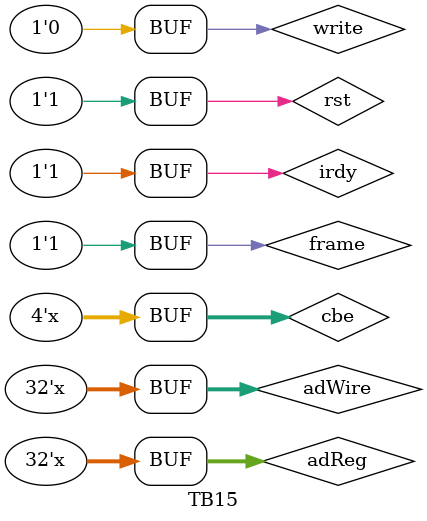
<source format=v>

`include "SourceCode.v"

module TB1;
reg rst;
reg frame;
wire [31:0]adWire;
reg [31:0]adReg;
reg write;
reg [3:0]cbe;
reg irdy;
assign adWire = (write == 1)?adReg: 32'bz;

initial
begin
write = 1;
frame = 1;
irdy = 1;
rst = 1;

#10
rst = 0;

#10
rst = 1;

$monitor("time=%t, frame=%b, adWire=%h, cbe=%b, irdy=%b, trdy=%b, devsel=%b \n",$time,frame,adWire,cbe,irdy,trdy,devsel);

frame = 0;
adReg = 32'h00000300;
cbe = 4'b0011;

#10
irdy = 0;
adReg = 10;
cbe = 4'b1111;

#10
frame = 1;

#10
adReg = 32'bz;
cbe = 4'bz;
irdy = 1;

#10
frame = 0;
adReg = 32'h00000300;
cbe = 4'b0010;

#10
irdy = 0;
write = 0;
cbe = 4'b1111;

#10
frame = 1;

#10
irdy =1;
cbe = 4'bz;
adReg = 32'bz;

end
ClockGen c1(clk);
pci_target p1(clk, rst, adWire, cbe, frame, irdy, trdy, devsel);
endmodule

// master calls the address of the second register and writes one data then read it from the target
module TB2;
reg rst;
reg frame;
wire [31:0]adWire;
reg [31:0]adReg;
reg write;
reg [3:0]cbe;
reg irdy;
assign adWire = (write == 1)?adReg: 32'bz;

initial
begin
write = 1;
frame = 1;
irdy = 1;
rst = 1;

#10
rst = 0;

#10
rst = 1;

$monitor("time=%t, frame=%b, adWire=%h, cbe=%b, irdy=%b, trdy=%b, devsel=%b \n",$time,frame,adWire,cbe,irdy,trdy,devsel);

frame = 0;
adReg = 32'h00000301;
cbe = 4'b0011;

#10
irdy = 0;
adReg = 10;
cbe = 4'b1111;

#10
frame = 1;

#10
adReg = 32'bz;
cbe = 4'bz;
irdy = 1;

#10
frame = 0;
adReg = 32'h00000301;
cbe = 4'b0010;

#10
irdy = 0;
write = 0;
cbe = 4'b1111;

#10
frame = 1;

#10
irdy =1;
cbe = 4'bz;
adReg = 32'bz;

end
ClockGen c1(clk);
pci_target p1(clk, rst, adWire, cbe, frame, irdy, trdy, devsel);
endmodule


// master calls the address of the third register and writes one data then read it from the target
module TB3;
reg rst;
reg frame;
wire [31:0]adWire;
reg [31:0]adReg;
reg write;
reg [3:0]cbe;
reg irdy;
assign adWire = (write == 1)?adReg: 32'bz;

initial
begin
write = 1;
frame = 1;
irdy = 1;
rst = 1;

#10
rst = 0;

#10
rst = 1;

$monitor("time=%t, frame=%b, adWire=%h, cbe=%b, irdy=%b, trdy=%b, devsel=%b \n",$time,frame,adWire,cbe,irdy,trdy,devsel);

frame = 0;
adReg = 32'h00000302;
cbe = 4'b0011;

#10
irdy = 0;
adReg = 10;
cbe = 4'b1111;

#10
frame = 1;

#10
adReg = 32'bz;
cbe = 4'bz;
irdy = 1;

#10
frame = 0;
adReg = 32'h00000302;
cbe = 4'b0010;

#10
irdy = 0;
write = 0;
cbe = 4'b1111;

#10
frame = 1;

#10
irdy =1;
cbe = 4'bz;
adReg = 32'bz;

end
ClockGen c1(clk);
pci_target p1(clk, rst, adWire, cbe, frame, irdy, trdy, devsel);
endmodule

// master calls an address outside the range of the target device and tries to write one data then calls the address of  
//the first registe to read the data that the master thought he wrotes successfully
module TB4;
reg rst;
reg frame;
wire [31:0]adWire;
reg [31:0]adReg;
reg write;
reg [3:0]cbe;
reg irdy;
assign adWire = (write == 1)?adReg: 32'bz;

initial
begin
write = 1;
frame = 1;
irdy = 1;
rst = 1;

#10
rst = 0;

#10
rst = 1;

$monitor("time=%t, frame=%b, adWire=%h, cbe=%b, irdy=%b, trdy=%b, devsel=%b \n",$time,frame,adWire,cbe,irdy,trdy,devsel);

frame = 0;
adReg = 32'h00000303;
cbe = 4'b0011;

#10
irdy = 0;
adReg = 10;
cbe = 4'b1111;

#10
frame = 1;

#10
adReg = 32'bz;
cbe = 4'bz;
irdy = 1;

#10
frame = 0;
adReg = 32'h00000300;
cbe = 4'b0010;

#10
irdy = 0;
write = 0;
cbe = 4'b1111;

#10
frame = 1;

#10
irdy =1;
cbe = 4'bz;
adReg = 32'bz;

end
ClockGen c1(clk);
pci_target p1(clk, rst, adWire, cbe, frame, irdy, trdy, devsel);
endmodule

// master calls the address of the first register and writes 3 data then the master reads those data
module TB5;
reg rst;
reg frame;
wire [31:0]adWire;
reg [31:0]adReg;
reg write;
reg [3:0]cbe;
reg irdy;
assign adWire = (write == 1)?adReg: 32'bz;

initial
begin
write = 1;
frame = 1;
irdy = 1;
rst = 1;

#10
rst = 0;

#10
rst = 1;

$monitor("time=%t, frame=%b, adWire=%h, cbe=%b, irdy=%b, trdy=%b, devsel=%b \n",$time,frame,adWire,cbe,irdy,trdy,devsel);

frame = 0;
adReg = 32'h00000300;
cbe = 4'b0011;

#10
irdy = 0;
adReg = 10;
cbe = 4'b1111;

#20
adReg = 11;
cbe = 4'b0011;

#10
adReg = 12;
cbe = 4'b1111;
frame = 1;

#10
adReg = 32'bz;
cbe = 4'bz;
irdy = 1;

#10
frame = 0;
adReg = 32'h00000300;
cbe = 4'b0010;

#10
irdy = 0;
write = 0;
cbe = 4'b1111;

#20
cbe = 4'b0011;

#10
cbe = 4'b1111;
frame = 1;

#10
irdy =1;
cbe = 4'bz;
adReg = 32'bz;

end
ClockGen c1(clk);
pci_target p1(clk, rst, adWire, cbe, frame, irdy, trdy, devsel);
endmodule

// master calls the address of the first register and writes 3 data but irdy is raised for a certain time
// during the write operation then it is asserted to 0 again to continue writing then the master reads those data
module TB6;
reg rst;
reg frame;
wire [31:0]adWire;
reg [31:0]adReg;
reg write;
reg [3:0]cbe;
reg irdy;
assign adWire = (write == 1)?adReg: 32'bz;

initial
begin
write = 1;
frame = 1;
irdy = 1;
rst = 1;

#10
rst = 0;

#10
rst = 1;

$monitor("time=%t, frame=%b, adWire=%h, cbe=%b, irdy=%b, trdy=%b, devsel=%b \n",$time,frame,adWire,cbe,irdy,trdy,devsel);

frame = 0;
adReg = 32'h00000300;
cbe = 4'b0011;

#10
irdy = 0;
adReg = 10;
cbe = 4'b1111;

#20
adReg = 11;
cbe = 4'b0011;

#10
irdy = 1;
cbe = 4'b1111;

#20
irdy = 0;
adReg = 12;
frame = 1;

#10
adReg = 32'bz;
cbe = 4'bz;
irdy = 1;

#10
frame = 0;
adReg = 32'h00000300;
cbe = 4'b0010;

#10
irdy = 0;
write = 0;
cbe = 4'b1111;

#20
cbe = 4'b0011;

#10
cbe = 4'b1111;
frame = 1;

#10
irdy =1;
cbe = 4'bz;
adReg = 32'bz;

end
ClockGen c1(clk);
pci_target p1(clk, rst, adWire, cbe, frame, irdy, trdy, devsel);
endmodule

// master calls the address of the first register and writes 3 data but irdy is raised for a certain time
// during the write operation then it is asserted to 0 again to continue writing then the master reads those data
// but during the read operation, the master raises irdy for a certain time then asserts it to 0 again to continue reading 
module TB7;
reg rst;
reg frame;
wire [31:0]adWire;
reg [31:0]adReg;
reg write;
reg [3:0]cbe;
reg irdy;
assign adWire = (write == 1)?adReg: 32'bz;

initial
begin
write = 1;
frame = 1;
irdy = 1;
rst = 1;

#10
rst = 0;

#10
rst = 1;

$monitor("time=%t, frame=%b, adWire=%h, cbe=%b, irdy=%b, trdy=%b, devsel=%b \n",$time,frame,adWire,cbe,irdy,trdy,devsel);

frame = 0;
adReg = 32'h00000300;
cbe = 4'b0011;

#10
irdy = 0;
adReg = 10;
cbe = 4'b1111;

#20
adReg = 11;
cbe = 4'b0011;

#10
irdy = 1;
cbe = 4'b1111;

#20
irdy = 0;
adReg = 12;
frame = 1;

#10
adReg = 32'bz;
cbe = 4'bz;
irdy = 1;

#10
frame = 0;
adReg = 32'h00000300;
cbe = 4'b0010;

#10
irdy = 0;
write = 0;
cbe = 4'b1111;

#20
cbe = 4'b0011;

#10
irdy = 1;
cbe = 4'b1111;

#10
irdy = 0;
frame = 1;

#10
irdy =1;
cbe = 4'bz;
adReg = 32'bz;

end
ClockGen c1(clk);
pci_target p1(clk, rst, adWire, cbe, frame, irdy, trdy, devsel);
endmodule

// master calls the address of the first register and writes 3 data then the master reads those data
// but during the read operation, the master raises irdy for a certain time then asserts it to 0 again to continue reading 
module TB8;
reg rst;
reg frame;
wire [31:0]adWire;
reg [31:0]adReg;
reg write;
reg [3:0]cbe;
reg irdy;
assign adWire = (write == 1)?adReg: 32'bz;

initial
begin
write = 1;
frame = 1;
irdy = 1;
rst = 1;

#10
rst = 0;

#10
rst = 1;

$monitor("time=%t, frame=%b, adWire=%h, cbe=%b, irdy=%b, trdy=%b, devsel=%b \n",$time,frame,adWire,cbe,irdy,trdy,devsel);

frame = 0;
adReg = 32'h00000300;
cbe = 4'b0011;

#10
irdy = 0;
adReg = 10;
cbe = 4'b1111;

#20
adReg = 11;
cbe = 4'b0011;

#10
adReg = 12;
cbe = 4'b1111;
frame = 1;

#10
adReg = 32'bz;
cbe = 4'bz;
irdy = 1;

#10
frame = 0;
adReg = 32'h00000300;
cbe = 4'b0010;

#10
irdy = 0;
write = 0;
cbe = 4'b1111;

#20
cbe = 4'b0011;

#10
irdy = 1;
cbe = 4'b1111;

#10
irdy = 0;
frame = 1;

#10
irdy =1;
cbe = 4'bz;
adReg = 32'bz;

end
ClockGen c1(clk);
pci_target p1(clk, rst, adWire, cbe, frame, irdy, trdy, devsel);
endmodule


// master calls the address of the first register and writes 3 data then the master reads those data
// but the frame at the read operation remains 0 after the reception of the 3 data
module TB9;
reg rst;
reg frame;
wire [31:0]adWire;
reg [31:0]adReg;
reg write;
reg [3:0]cbe;
reg irdy;
assign adWire = (write == 1)?adReg: 32'bz;

initial
begin
write = 1;
frame = 1;
irdy = 1;
rst = 1;

#10
rst = 0;

#10
rst = 1;

$monitor("time=%t, frame=%b, adWire=%h, cbe=%b, irdy=%b, trdy=%b, devsel=%b \n",$time,frame,adWire,cbe,irdy,trdy,devsel);

frame = 0;
adReg = 32'h00000300;
cbe = 4'b0011;

#10
irdy = 0;
adReg = 10;
cbe = 4'b1111;

#20
adReg = 11;
cbe = 4'b0011;

#10
adReg = 12;
cbe = 4'b1111;
frame = 1;

#10
adReg = 32'bz;
cbe = 4'bz;
irdy = 1;

#10
frame = 0;
adReg = 32'h00000300;
cbe = 4'b0010;

#10
irdy = 0;
write = 0;
cbe = 4'b1111;

#20
cbe = 4'b0011;

#10
cbe = 4'b1111;

#10
cbe = 4'b0011;

#10
cbe = 4'b1111;

#10
cbe = 4'b0011;
frame = 1;

#10
irdy =1;
cbe = 4'bz;
adReg = 32'bz;

end
ClockGen c1(clk);
pci_target p1(clk, rst, adWire, cbe, frame, irdy, trdy, devsel);
endmodule


// master calls the address of the first register and writes 4 data "more than the capacity of the 
// memory of the target" then the master reads those data
module TB10;
reg rst;
reg frame;
wire [31:0]adWire;
reg [31:0]adReg;
reg write;
reg [3:0]cbe;
reg irdy;
assign adWire = (write == 1)?adReg: 32'bz;

initial
begin
write = 1;
frame = 1;
irdy = 1;
rst = 1;

#10
rst = 0;

#10
rst = 1;

$monitor("time=%t, frame=%b, adWire=%h, cbe=%b, irdy=%b, trdy=%b, devsel=%b \n",$time,frame,adWire,cbe,irdy,trdy,devsel);

frame = 0;
adReg = 32'h00000300;
cbe = 4'b0011;

#10
irdy = 0;
adReg = 10;
cbe = 4'b1111;

#20
adReg = 11;
cbe = 4'b0011;

#10
adReg = 12;
cbe = 4'b1111;

#10
adReg = 13;
cbe = 4'b0011;
frame = 1;

#20
adReg = 32'bz;
cbe = 4'bz;
irdy = 1;

#10
frame = 0;
adReg = 32'h00000300;
cbe = 4'b0010;

#10
irdy = 0;
write = 0;
cbe = 4'b1111;

#20
cbe = 4'b0011;

#10
cbe = 4'b1111;

#10
cbe = 4'b0011;
frame = 1;

#10
irdy =1;
cbe = 4'bz;
adReg = 32'bz;

end
ClockGen c1(clk);
pci_target p1(clk, rst, adWire, cbe, frame, irdy, trdy, devsel);
endmodule


// master calls the address of the first register and writes 3 data but raises the frame before writing the third data ,
// then the master reads the written data
module TB11;
reg rst;
reg frame;
wire [31:0]adWire;
reg [31:0]adReg;
reg write;
reg [3:0]cbe;
reg irdy;
assign adWire = (write == 1)?adReg: 32'bz;

initial
begin
write = 1;
frame = 1;
irdy = 1;
rst = 1;

#10
rst = 0;

#10
rst = 1;

$monitor("time=%t, frame=%b, adWire=%h, cbe=%b, irdy=%b, trdy=%b, devsel=%b \n",$time,frame,adWire,cbe,irdy,trdy,devsel);

frame = 0;
adReg = 32'h00000300;
cbe = 4'b0011;

#10
irdy = 0;
adReg = 10;
cbe = 4'b1111;

#20
adReg = 11;
cbe = 4'b0011;
frame = 1;

#10
adReg = 12;
cbe = 4'b1111;

#10
adReg = 32'bz;
cbe = 4'bz;
irdy = 1;

#10
frame = 0;
adReg = 32'h00000300;
cbe = 4'b0010;

#10
irdy = 0;
write = 0;
cbe = 4'b1111;

#20
cbe = 4'b0011;

#10
cbe = 4'b1111;
frame = 1;

#10
irdy =1;
cbe = 4'bz;
adReg = 32'bz;

end
ClockGen c1(clk);
pci_target p1(clk, rst, adWire, cbe, frame, irdy, trdy, devsel);
endmodule



// master calls the address of the first register and writes 3 data then the master reads those data
// but the master raises the frame just after it reads the second data
module TB12;
reg rst;
reg frame;
wire [31:0]adWire;
reg [31:0]adReg;
reg write;
reg [3:0]cbe;
reg irdy;
assign adWire = (write == 1)?adReg: 32'bz;

initial
begin
write = 1;
frame = 1;
irdy = 1;
rst = 1;

#10
rst = 0;

#10
rst = 1;

$monitor("time=%t, frame=%b, adWire=%h, cbe=%b, irdy=%b, trdy=%b, devsel=%b \n",$time,frame,adWire,cbe,irdy,trdy,devsel);

frame = 0;
adReg = 32'h00000300;
cbe = 4'b0011;

#10
irdy = 0;
adReg = 10;
cbe = 4'b1111;

#20
adReg = 11;
cbe = 4'b0011;

#10
adReg = 12;
cbe = 4'b1111;
frame = 1;

#10
adReg = 32'bz;
cbe = 4'bz;
irdy = 1;

#10
frame = 0;
adReg = 32'h00000300;
cbe = 4'b0010;

#10
irdy = 0;
write = 0;
cbe = 4'b1111;

#20
cbe = 4'b0011;
frame = 1;

#10
irdy =1;
cbe = 4'bz;
adReg = 32'bz;

end
ClockGen c1(clk);
pci_target p1(clk, rst, adWire, cbe, frame, irdy, trdy, devsel);
endmodule


// master calls the address of the first register and writes one data then the master calls the address of the first register
// to read that data
// then the master calls the address of the second register then writes one data then the master calls the address of the first register
// to read the two data in the first and the second registers
// then the master calls the address of the third register then writes one data in it 
// then calls the address of the first register to read the 3 data in the first, second and third registers
module TB13;
reg rst;
reg frame;
wire [31:0]adWire;
reg [31:0]adReg;
reg write;
reg [3:0]cbe;
reg irdy;
assign adWire = (write == 1)?adReg: 32'bz;

initial
begin
write = 1;
frame = 1;
irdy = 1;
rst = 1;

#10
rst = 0;

#10
rst = 1;

$monitor("time=%t, frame=%b, adWire=%h, cbe=%b, irdy=%b, trdy=%b, devsel=%b \n",$time,frame,adWire,cbe,irdy,trdy,devsel);

frame = 0;
adReg = 32'h00000300;
cbe = 4'b0011;

#10
irdy = 0;
adReg = 10;
cbe = 4'b1111;

#10
frame = 1;

#10
adReg = 32'bz;
cbe = 4'bz;
irdy = 1;

#10
frame = 0;
adReg = 32'h00000300;
cbe = 4'b0010;

#10
irdy = 0;
write = 0;
cbe = 4'b1111;

#10
frame = 1;

#10
irdy =1;
cbe = 4'bz;
adReg = 32'bz;
write = 1;

#10
frame = 0;
adReg = 32'h00000301;
cbe = 4'b0011;

#10
irdy = 0;
adReg = 11;
cbe = 4'b1111;

#10
frame = 1;

#10
adReg = 32'bz;
cbe = 4'bz;
irdy = 1;

#10
frame = 0;
adReg = 32'h00000300;
cbe = 4'b0010;

#10
irdy = 0;
write = 0;
cbe = 4'b1111;

#20
cbe = 4'b0011;
frame = 1;

#10
irdy =1;
cbe = 4'bz;
adReg = 32'bz;
write = 1;

#10
frame = 0;
adReg = 32'h00000302;
cbe = 4'b0011;

#10
irdy = 0;
adReg = 12;
cbe = 4'b1111;

#10
frame = 1;

#10
adReg = 32'bz;
cbe = 4'bz;
irdy = 1;

#10
frame = 0;
adReg = 32'h00000300;
cbe = 4'b0010;

#10
irdy = 0;
write = 0;
cbe = 4'b1111;

#20
cbe = 4'b0011;

#10
cbe = 4'b1111;
frame = 1;

#10
irdy =1;
cbe = 4'bz;
adReg = 32'bz;

end
ClockGen c1(clk);
pci_target p1(clk, rst, adWire, cbe, frame, irdy, trdy, devsel);
endmodule


// master calls the address of the first register and writes 4 data "more than the capacity of the 
// memory of the target" 
// But during the writing, irdy is raised for a certain duration then asserted again to 0 to continue writing
// then the master calls the address of the first register to read those data
module TB14;
reg rst;
reg frame;
wire [31:0]adWire;
reg [31:0]adReg;
reg write;
reg [3:0]cbe;
reg irdy;
assign adWire = (write == 1)?adReg: 32'bz;

initial
begin
write = 1;
frame = 1;
irdy = 1;
rst = 1;

#10
rst = 0;

#10
rst = 1;

$monitor("time=%t, frame=%b, adWire=%h, cbe=%b, irdy=%b, trdy=%b, devsel=%b \n",$time,frame,adWire,cbe,irdy,trdy,devsel);

frame = 0;
adReg = 32'h00000300;
cbe = 4'b0011;

#10
irdy = 0;
adReg = 10;
cbe = 4'b1111;

#20
adReg = 11;
cbe = 4'b0011;

#10
adReg = 12;
cbe = 4'b1111;

#10
irdy = 1;
cbe = 4'b0011;

#20
irdy = 0;
adReg = 13;
frame = 1;

#10
adReg = 32'bz;
cbe = 4'bz;
irdy = 1;

#10
frame = 0;
adReg = 32'h00000300;
cbe = 4'b0010;

#10
irdy = 0;
write = 0;
cbe = 4'b1111;

#20
cbe = 4'b0011;

#10
cbe = 4'b1111;

#10
cbe = 4'b0011;
frame = 1;

#10
irdy =1;
cbe = 4'bz;
adReg = 32'bz;

end
ClockGen c1(clk);
pci_target p1(clk, rst, adWire, cbe, frame, irdy, trdy, devsel);
endmodule

// Master calls for the address of the second register and enters 3 pieces of data, 
//then the master calls the address of the first register to read the written data
module TB15;
reg rst;
reg frame;
wire [31:0]adWire;
reg [31:0]adReg;
reg write;
reg [3:0]cbe;
reg irdy;
assign adWire = (write == 1)?adReg: 32'bz;

initial
begin
write = 1;
frame = 1;
irdy = 1;
rst = 1;

#10
rst = 0;

#10
rst = 1;

$monitor("time=%t, frame=%b, adWire=%h, cbe=%b, irdy=%b, trdy=%b, devsel=%b \n",$time,frame,adWire,cbe,irdy,trdy,devsel);

frame = 0;
adReg = 32'h00000301;
cbe = 4'b0011;

#10
irdy = 0;
adReg = 10;
cbe = 4'b1111;

#20
adReg = 11;
cbe = 4'b0011;

#10
adReg = 12;
cbe = 4'b1111;
frame = 1;

#10
adReg = 32'bz;
cbe = 4'bz;
irdy = 1;

#10
frame = 0;
adReg = 32'h00000300;
cbe = 4'b0010;

#10
irdy = 0;
write = 0;
cbe = 4'b1111;

#20
cbe = 4'b0011;

#10
cbe = 4'b1111;
frame = 1;

#10
irdy =1;
cbe = 4'bz;
adReg = 32'bz;

end
ClockGen c1(clk);
pci_target p1(clk, rst, adWire, cbe, frame, irdy, trdy, devsel);
endmodule

</source>
